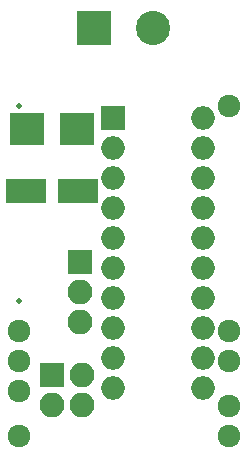
<source format=gts>
G04 #@! TF.FileFunction,Soldermask,Top*
%FSLAX46Y46*%
G04 Gerber Fmt 4.6, Leading zero omitted, Abs format (unit mm)*
G04 Created by KiCad (PCBNEW 4.0.6+dfsg1-1) date Thu Mar 15 12:52:20 2018*
%MOMM*%
%LPD*%
G01*
G04 APERTURE LIST*
%ADD10C,0.100000*%
%ADD11R,2.900000X2.700000*%
%ADD12R,2.100000X2.100000*%
%ADD13O,2.100000X2.100000*%
%ADD14R,2.900000X2.900000*%
%ADD15C,2.900000*%
%ADD16C,1.924000*%
%ADD17C,0.500000*%
%ADD18R,2.000000X2.000000*%
%ADD19O,2.000000X2.000000*%
%ADD20R,3.400000X2.000000*%
G04 APERTURE END LIST*
D10*
D11*
X154750000Y-77800000D03*
X150450000Y-77800000D03*
D12*
X152600000Y-98600000D03*
D13*
X155140000Y-98600000D03*
X152600000Y-101140000D03*
X155140000Y-101140000D03*
D14*
X156200000Y-69200000D03*
D15*
X161200000Y-69200000D03*
D12*
X155000000Y-89000000D03*
D13*
X155000000Y-91540000D03*
X155000000Y-94080000D03*
D16*
X167551100Y-103733600D03*
X167551100Y-101193600D03*
X167551100Y-97383600D03*
X167551100Y-94843600D03*
X149771100Y-103733600D03*
D17*
X149771100Y-75793600D03*
D16*
X167551100Y-75793600D03*
X149771100Y-99923600D03*
X149771100Y-97383600D03*
X149771100Y-94843600D03*
D17*
X149771100Y-92303600D03*
D18*
X157800000Y-76800000D03*
D19*
X165420000Y-99660000D03*
X157800000Y-79340000D03*
X165420000Y-97120000D03*
X157800000Y-81880000D03*
X165420000Y-94580000D03*
X157800000Y-84420000D03*
X165420000Y-92040000D03*
X157800000Y-86960000D03*
X165420000Y-89500000D03*
X157800000Y-89500000D03*
X165420000Y-86960000D03*
X157800000Y-92040000D03*
X165420000Y-84420000D03*
X157800000Y-94580000D03*
X165420000Y-81880000D03*
X157800000Y-97120000D03*
X165420000Y-79340000D03*
X157800000Y-99660000D03*
X165420000Y-76800000D03*
D20*
X154800000Y-83000000D03*
X150400000Y-83000000D03*
M02*

</source>
